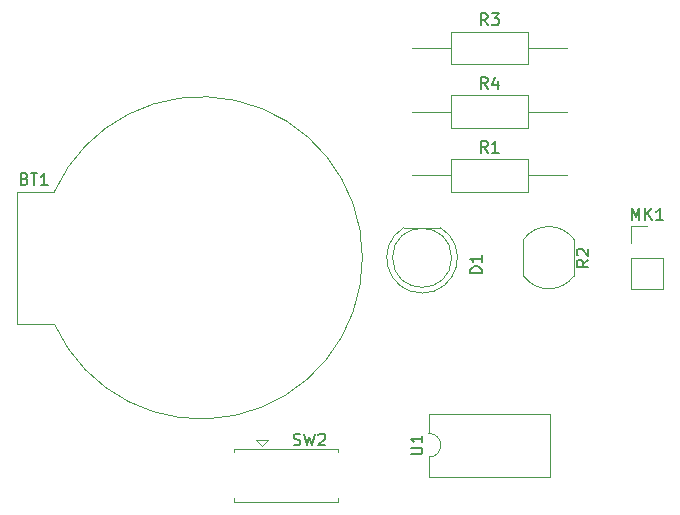
<source format=gbr>
%TF.GenerationSoftware,KiCad,Pcbnew,9.0.5*%
%TF.CreationDate,2025-11-04T10:45:24+05:30*%
%TF.ProjectId,digital_diya,64696769-7461-46c5-9f64-6979612e6b69,rev?*%
%TF.SameCoordinates,Original*%
%TF.FileFunction,Legend,Top*%
%TF.FilePolarity,Positive*%
%FSLAX46Y46*%
G04 Gerber Fmt 4.6, Leading zero omitted, Abs format (unit mm)*
G04 Created by KiCad (PCBNEW 9.0.5) date 2025-11-04 10:45:24*
%MOMM*%
%LPD*%
G01*
G04 APERTURE LIST*
%ADD10C,0.150000*%
%ADD11C,0.120000*%
G04 APERTURE END LIST*
D10*
X149524819Y-93466904D02*
X150334342Y-93466904D01*
X150334342Y-93466904D02*
X150429580Y-93419285D01*
X150429580Y-93419285D02*
X150477200Y-93371666D01*
X150477200Y-93371666D02*
X150524819Y-93276428D01*
X150524819Y-93276428D02*
X150524819Y-93085952D01*
X150524819Y-93085952D02*
X150477200Y-92990714D01*
X150477200Y-92990714D02*
X150429580Y-92943095D01*
X150429580Y-92943095D02*
X150334342Y-92895476D01*
X150334342Y-92895476D02*
X149524819Y-92895476D01*
X150524819Y-91895476D02*
X150524819Y-92466904D01*
X150524819Y-92181190D02*
X149524819Y-92181190D01*
X149524819Y-92181190D02*
X149667676Y-92276428D01*
X149667676Y-92276428D02*
X149762914Y-92371666D01*
X149762914Y-92371666D02*
X149810533Y-92466904D01*
X164579841Y-77001666D02*
X164103650Y-77334999D01*
X164579841Y-77573094D02*
X163579841Y-77573094D01*
X163579841Y-77573094D02*
X163579841Y-77192142D01*
X163579841Y-77192142D02*
X163627460Y-77096904D01*
X163627460Y-77096904D02*
X163675079Y-77049285D01*
X163675079Y-77049285D02*
X163770317Y-77001666D01*
X163770317Y-77001666D02*
X163913174Y-77001666D01*
X163913174Y-77001666D02*
X164008412Y-77049285D01*
X164008412Y-77049285D02*
X164056031Y-77096904D01*
X164056031Y-77096904D02*
X164103650Y-77192142D01*
X164103650Y-77192142D02*
X164103650Y-77573094D01*
X163675079Y-76620713D02*
X163627460Y-76573094D01*
X163627460Y-76573094D02*
X163579841Y-76477856D01*
X163579841Y-76477856D02*
X163579841Y-76239761D01*
X163579841Y-76239761D02*
X163627460Y-76144523D01*
X163627460Y-76144523D02*
X163675079Y-76096904D01*
X163675079Y-76096904D02*
X163770317Y-76049285D01*
X163770317Y-76049285D02*
X163865555Y-76049285D01*
X163865555Y-76049285D02*
X164008412Y-76096904D01*
X164008412Y-76096904D02*
X164579841Y-76668332D01*
X164579841Y-76668332D02*
X164579841Y-76049285D01*
X156043333Y-67934819D02*
X155710000Y-67458628D01*
X155471905Y-67934819D02*
X155471905Y-66934819D01*
X155471905Y-66934819D02*
X155852857Y-66934819D01*
X155852857Y-66934819D02*
X155948095Y-66982438D01*
X155948095Y-66982438D02*
X155995714Y-67030057D01*
X155995714Y-67030057D02*
X156043333Y-67125295D01*
X156043333Y-67125295D02*
X156043333Y-67268152D01*
X156043333Y-67268152D02*
X155995714Y-67363390D01*
X155995714Y-67363390D02*
X155948095Y-67411009D01*
X155948095Y-67411009D02*
X155852857Y-67458628D01*
X155852857Y-67458628D02*
X155471905Y-67458628D01*
X156995714Y-67934819D02*
X156424286Y-67934819D01*
X156710000Y-67934819D02*
X156710000Y-66934819D01*
X156710000Y-66934819D02*
X156614762Y-67077676D01*
X156614762Y-67077676D02*
X156519524Y-67172914D01*
X156519524Y-67172914D02*
X156424286Y-67220533D01*
X139626667Y-92667200D02*
X139769524Y-92714819D01*
X139769524Y-92714819D02*
X140007619Y-92714819D01*
X140007619Y-92714819D02*
X140102857Y-92667200D01*
X140102857Y-92667200D02*
X140150476Y-92619580D01*
X140150476Y-92619580D02*
X140198095Y-92524342D01*
X140198095Y-92524342D02*
X140198095Y-92429104D01*
X140198095Y-92429104D02*
X140150476Y-92333866D01*
X140150476Y-92333866D02*
X140102857Y-92286247D01*
X140102857Y-92286247D02*
X140007619Y-92238628D01*
X140007619Y-92238628D02*
X139817143Y-92191009D01*
X139817143Y-92191009D02*
X139721905Y-92143390D01*
X139721905Y-92143390D02*
X139674286Y-92095771D01*
X139674286Y-92095771D02*
X139626667Y-92000533D01*
X139626667Y-92000533D02*
X139626667Y-91905295D01*
X139626667Y-91905295D02*
X139674286Y-91810057D01*
X139674286Y-91810057D02*
X139721905Y-91762438D01*
X139721905Y-91762438D02*
X139817143Y-91714819D01*
X139817143Y-91714819D02*
X140055238Y-91714819D01*
X140055238Y-91714819D02*
X140198095Y-91762438D01*
X140531429Y-91714819D02*
X140769524Y-92714819D01*
X140769524Y-92714819D02*
X140960000Y-92000533D01*
X140960000Y-92000533D02*
X141150476Y-92714819D01*
X141150476Y-92714819D02*
X141388572Y-91714819D01*
X141721905Y-91810057D02*
X141769524Y-91762438D01*
X141769524Y-91762438D02*
X141864762Y-91714819D01*
X141864762Y-91714819D02*
X142102857Y-91714819D01*
X142102857Y-91714819D02*
X142198095Y-91762438D01*
X142198095Y-91762438D02*
X142245714Y-91810057D01*
X142245714Y-91810057D02*
X142293333Y-91905295D01*
X142293333Y-91905295D02*
X142293333Y-92000533D01*
X142293333Y-92000533D02*
X142245714Y-92143390D01*
X142245714Y-92143390D02*
X141674286Y-92714819D01*
X141674286Y-92714819D02*
X142293333Y-92714819D01*
X168235476Y-73634819D02*
X168235476Y-72634819D01*
X168235476Y-72634819D02*
X168568809Y-73349104D01*
X168568809Y-73349104D02*
X168902142Y-72634819D01*
X168902142Y-72634819D02*
X168902142Y-73634819D01*
X169378333Y-73634819D02*
X169378333Y-72634819D01*
X169949761Y-73634819D02*
X169521190Y-73063390D01*
X169949761Y-72634819D02*
X169378333Y-73206247D01*
X170902142Y-73634819D02*
X170330714Y-73634819D01*
X170616428Y-73634819D02*
X170616428Y-72634819D01*
X170616428Y-72634819D02*
X170521190Y-72777676D01*
X170521190Y-72777676D02*
X170425952Y-72872914D01*
X170425952Y-72872914D02*
X170330714Y-72920533D01*
X156043333Y-62537319D02*
X155710000Y-62061128D01*
X155471905Y-62537319D02*
X155471905Y-61537319D01*
X155471905Y-61537319D02*
X155852857Y-61537319D01*
X155852857Y-61537319D02*
X155948095Y-61584938D01*
X155948095Y-61584938D02*
X155995714Y-61632557D01*
X155995714Y-61632557D02*
X156043333Y-61727795D01*
X156043333Y-61727795D02*
X156043333Y-61870652D01*
X156043333Y-61870652D02*
X155995714Y-61965890D01*
X155995714Y-61965890D02*
X155948095Y-62013509D01*
X155948095Y-62013509D02*
X155852857Y-62061128D01*
X155852857Y-62061128D02*
X155471905Y-62061128D01*
X156900476Y-61870652D02*
X156900476Y-62537319D01*
X156662381Y-61489700D02*
X156424286Y-62203985D01*
X156424286Y-62203985D02*
X157043333Y-62203985D01*
X156043333Y-57139819D02*
X155710000Y-56663628D01*
X155471905Y-57139819D02*
X155471905Y-56139819D01*
X155471905Y-56139819D02*
X155852857Y-56139819D01*
X155852857Y-56139819D02*
X155948095Y-56187438D01*
X155948095Y-56187438D02*
X155995714Y-56235057D01*
X155995714Y-56235057D02*
X156043333Y-56330295D01*
X156043333Y-56330295D02*
X156043333Y-56473152D01*
X156043333Y-56473152D02*
X155995714Y-56568390D01*
X155995714Y-56568390D02*
X155948095Y-56616009D01*
X155948095Y-56616009D02*
X155852857Y-56663628D01*
X155852857Y-56663628D02*
X155471905Y-56663628D01*
X156376667Y-56139819D02*
X156995714Y-56139819D01*
X156995714Y-56139819D02*
X156662381Y-56520771D01*
X156662381Y-56520771D02*
X156805238Y-56520771D01*
X156805238Y-56520771D02*
X156900476Y-56568390D01*
X156900476Y-56568390D02*
X156948095Y-56616009D01*
X156948095Y-56616009D02*
X156995714Y-56711247D01*
X156995714Y-56711247D02*
X156995714Y-56949342D01*
X156995714Y-56949342D02*
X156948095Y-57044580D01*
X156948095Y-57044580D02*
X156900476Y-57092200D01*
X156900476Y-57092200D02*
X156805238Y-57139819D01*
X156805238Y-57139819D02*
X156519524Y-57139819D01*
X156519524Y-57139819D02*
X156424286Y-57092200D01*
X156424286Y-57092200D02*
X156376667Y-57044580D01*
X116835199Y-70146009D02*
X116978056Y-70193628D01*
X116978056Y-70193628D02*
X117025675Y-70241247D01*
X117025675Y-70241247D02*
X117073294Y-70336485D01*
X117073294Y-70336485D02*
X117073294Y-70479342D01*
X117073294Y-70479342D02*
X117025675Y-70574580D01*
X117025675Y-70574580D02*
X116978056Y-70622200D01*
X116978056Y-70622200D02*
X116882818Y-70669819D01*
X116882818Y-70669819D02*
X116501866Y-70669819D01*
X116501866Y-70669819D02*
X116501866Y-69669819D01*
X116501866Y-69669819D02*
X116835199Y-69669819D01*
X116835199Y-69669819D02*
X116930437Y-69717438D01*
X116930437Y-69717438D02*
X116978056Y-69765057D01*
X116978056Y-69765057D02*
X117025675Y-69860295D01*
X117025675Y-69860295D02*
X117025675Y-69955533D01*
X117025675Y-69955533D02*
X116978056Y-70050771D01*
X116978056Y-70050771D02*
X116930437Y-70098390D01*
X116930437Y-70098390D02*
X116835199Y-70146009D01*
X116835199Y-70146009D02*
X116501866Y-70146009D01*
X117359009Y-69669819D02*
X117930437Y-69669819D01*
X117644723Y-70669819D02*
X117644723Y-69669819D01*
X118787580Y-70669819D02*
X118216152Y-70669819D01*
X118501866Y-70669819D02*
X118501866Y-69669819D01*
X118501866Y-69669819D02*
X118406628Y-69812676D01*
X118406628Y-69812676D02*
X118311390Y-69907914D01*
X118311390Y-69907914D02*
X118216152Y-69955533D01*
X155554819Y-78138094D02*
X154554819Y-78138094D01*
X154554819Y-78138094D02*
X154554819Y-77899999D01*
X154554819Y-77899999D02*
X154602438Y-77757142D01*
X154602438Y-77757142D02*
X154697676Y-77661904D01*
X154697676Y-77661904D02*
X154792914Y-77614285D01*
X154792914Y-77614285D02*
X154983390Y-77566666D01*
X154983390Y-77566666D02*
X155126247Y-77566666D01*
X155126247Y-77566666D02*
X155316723Y-77614285D01*
X155316723Y-77614285D02*
X155411961Y-77661904D01*
X155411961Y-77661904D02*
X155507200Y-77757142D01*
X155507200Y-77757142D02*
X155554819Y-77899999D01*
X155554819Y-77899999D02*
X155554819Y-78138094D01*
X155554819Y-76614285D02*
X155554819Y-77185713D01*
X155554819Y-76899999D02*
X154554819Y-76899999D01*
X154554819Y-76899999D02*
X154697676Y-76995237D01*
X154697676Y-76995237D02*
X154792914Y-77090475D01*
X154792914Y-77090475D02*
X154840533Y-77185713D01*
D11*
%TO.C,U1*%
X151070000Y-90055000D02*
X151070000Y-91705000D01*
X151070000Y-93705000D02*
X151070000Y-95355000D01*
X151070000Y-95355000D02*
X161350000Y-95355000D01*
X161350000Y-90055000D02*
X151070000Y-90055000D01*
X161350000Y-95355000D02*
X161350000Y-90055000D01*
X151070000Y-91705000D02*
G75*
G02*
X151070000Y-93705000I0J-1000000D01*
G01*
%TO.C,R2*%
X159075022Y-75285000D02*
X159075022Y-78335000D01*
X163375022Y-75285000D02*
X163375022Y-78335000D01*
X159075022Y-75285000D02*
G75*
G02*
X163390547Y-75306766I2150000J-1550000D01*
G01*
X163375022Y-78335000D02*
G75*
G02*
X159106773Y-78379513I-2150000J1500000D01*
G01*
%TO.C,R1*%
X149630000Y-69850000D02*
X152940000Y-69850000D01*
X162790000Y-69850000D02*
X159480000Y-69850000D01*
X152940000Y-68480000D02*
X159480000Y-68480000D01*
X159480000Y-71220000D01*
X152940000Y-71220000D01*
X152940000Y-68480000D01*
%TO.C,SW2*%
X134560000Y-92990000D02*
X143380000Y-92990000D01*
X134560000Y-93300000D02*
X134560000Y-92990000D01*
X134560000Y-97510000D02*
X134560000Y-97200000D01*
X136470000Y-92290000D02*
X136970000Y-92790000D01*
X136970000Y-92790000D02*
X137470000Y-92290000D01*
X137470000Y-92290000D02*
X136470000Y-92290000D01*
X143380000Y-92990000D02*
X143380000Y-93300000D01*
X143380000Y-97510000D02*
X134560000Y-97510000D01*
X143380000Y-97510000D02*
X143380000Y-97200000D01*
%TO.C,MK1*%
X168165000Y-74180000D02*
X169545000Y-74180000D01*
X168165000Y-75560000D02*
X168165000Y-74180000D01*
X168165000Y-76830000D02*
X168165000Y-79480000D01*
X168165000Y-76830000D02*
X170925000Y-76830000D01*
X168165000Y-79480000D02*
X170925000Y-79480000D01*
X170925000Y-76830000D02*
X170925000Y-79480000D01*
%TO.C,R4*%
X149630000Y-64452500D02*
X152940000Y-64452500D01*
X162790000Y-64452500D02*
X159480000Y-64452500D01*
X152940000Y-63082500D02*
X159480000Y-63082500D01*
X159480000Y-65822500D01*
X152940000Y-65822500D01*
X152940000Y-63082500D01*
%TO.C,R3*%
X149630000Y-59055000D02*
X152940000Y-59055000D01*
X162790000Y-59055000D02*
X159480000Y-59055000D01*
X152940000Y-57685000D02*
X159480000Y-57685000D01*
X159480000Y-60425000D01*
X152940000Y-60425000D01*
X152940000Y-57685000D01*
%TO.C,BT1*%
X116190914Y-71225000D02*
X119365914Y-71225000D01*
X116190914Y-82445000D02*
X116190914Y-71225000D01*
X119365914Y-82445000D02*
X116190914Y-82445000D01*
X119365914Y-71225000D02*
G75*
G02*
X119365914Y-82445000I12435000J-5610000D01*
G01*
%TO.C,D1*%
X152040000Y-74270000D02*
X148950000Y-74270000D01*
X150495000Y-79820000D02*
G75*
G02*
X148950170Y-74270000I0J2990000D01*
G01*
X152039830Y-74270000D02*
G75*
G02*
X150495000Y-79820000I-1544830J-2560000D01*
G01*
X152995000Y-76830000D02*
G75*
G02*
X147995000Y-76830000I-2500000J0D01*
G01*
X147995000Y-76830000D02*
G75*
G02*
X152995000Y-76830000I2500000J0D01*
G01*
%TD*%
M02*

</source>
